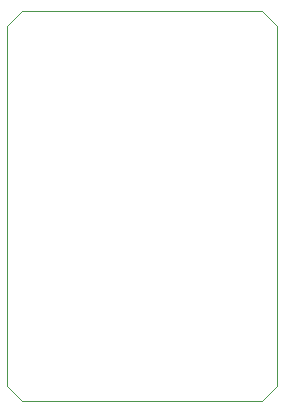
<source format=gm1>
%TF.GenerationSoftware,KiCad,Pcbnew,(5.1.6)-1*%
%TF.CreationDate,2020-11-18T13:32:08+05:30*%
%TF.ProjectId,ATTiny85 Development Board,41545469-6e79-4383-9520-446576656c6f,rev?*%
%TF.SameCoordinates,Original*%
%TF.FileFunction,Profile,NP*%
%FSLAX46Y46*%
G04 Gerber Fmt 4.6, Leading zero omitted, Abs format (unit mm)*
G04 Created by KiCad (PCBNEW (5.1.6)-1) date 2020-11-18 13:32:08*
%MOMM*%
%LPD*%
G01*
G04 APERTURE LIST*
%TA.AperFunction,Profile*%
%ADD10C,0.100000*%
%TD*%
G04 APERTURE END LIST*
D10*
X147320000Y-100330000D02*
X148590000Y-101600000D01*
X127000000Y-100330000D02*
X147320000Y-100330000D01*
X125730000Y-101600000D02*
X127000000Y-100330000D01*
X125730000Y-132080000D02*
X125730000Y-101600000D01*
X127000000Y-133350000D02*
X125730000Y-132080000D01*
X147320000Y-133350000D02*
X127000000Y-133350000D01*
X148590000Y-132080000D02*
X147320000Y-133350000D01*
X148590000Y-101600000D02*
X148590000Y-132080000D01*
M02*

</source>
